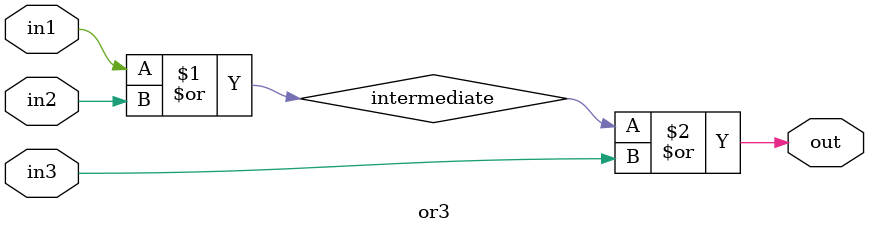
<source format=v>
module or3(output out, input in1, input in2, input in3);
  wire intermediate;

  or or1(intermediate, in1, in2);
  or or2(out, intermediate, in3);
endmodule
</source>
